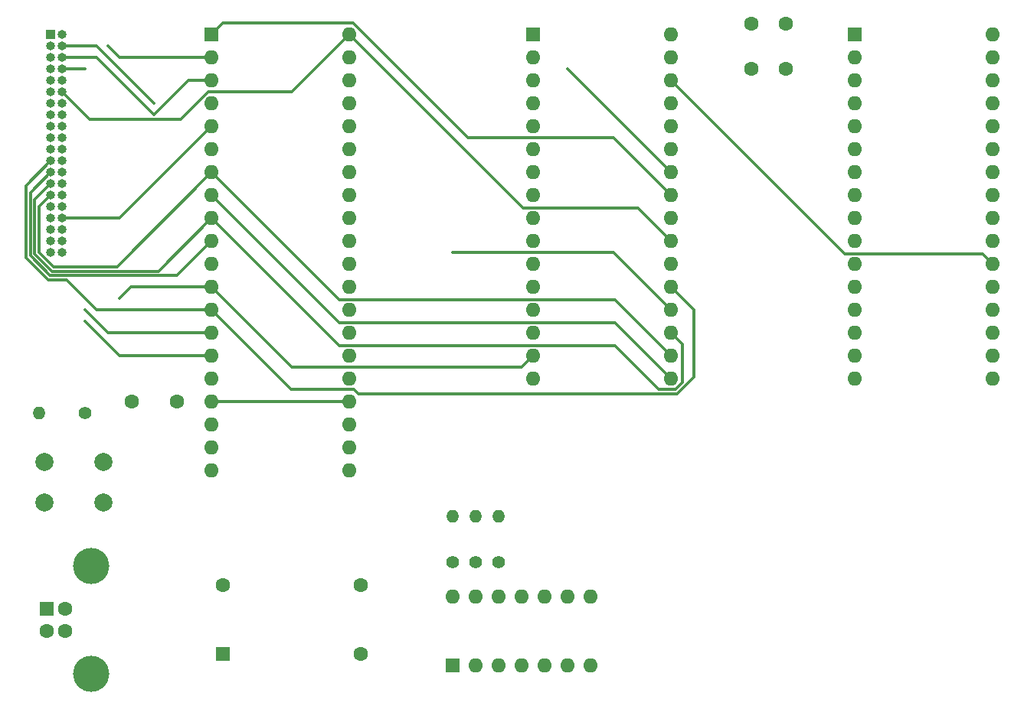
<source format=gbr>
%TF.GenerationSoftware,KiCad,Pcbnew,6.0.0*%
%TF.CreationDate,2022-01-05T13:28:49+01:00*%
%TF.ProjectId,glycon,676c7963-6f6e-42e6-9b69-6361645f7063,rev?*%
%TF.SameCoordinates,Original*%
%TF.FileFunction,Copper,L3,Inr*%
%TF.FilePolarity,Positive*%
%FSLAX46Y46*%
G04 Gerber Fmt 4.6, Leading zero omitted, Abs format (unit mm)*
G04 Created by KiCad (PCBNEW 6.0.0) date 2022-01-05 13:28:49*
%MOMM*%
%LPD*%
G01*
G04 APERTURE LIST*
%TA.AperFunction,ComponentPad*%
%ADD10C,1.400000*%
%TD*%
%TA.AperFunction,ComponentPad*%
%ADD11O,1.400000X1.400000*%
%TD*%
%TA.AperFunction,ComponentPad*%
%ADD12R,1.600000X1.600000*%
%TD*%
%TA.AperFunction,ComponentPad*%
%ADD13O,1.600000X1.600000*%
%TD*%
%TA.AperFunction,ComponentPad*%
%ADD14C,1.600000*%
%TD*%
%TA.AperFunction,ComponentPad*%
%ADD15C,2.000000*%
%TD*%
%TA.AperFunction,ComponentPad*%
%ADD16C,4.000000*%
%TD*%
%TA.AperFunction,ComponentPad*%
%ADD17R,1.000000X1.000000*%
%TD*%
%TA.AperFunction,ComponentPad*%
%ADD18O,1.000000X1.000000*%
%TD*%
%TA.AperFunction,Conductor*%
%ADD19C,0.300000*%
%TD*%
G04 APERTURE END LIST*
D10*
%TO.N,Net-(R2-Pad1)*%
%TO.C,R2*%
X95250000Y-132080000D03*
D11*
%TO.N,Earth*%
X95250000Y-127000000D03*
%TD*%
D10*
%TO.N,Net-(R4-Pad1)*%
%TO.C,R4*%
X100330000Y-132080000D03*
D11*
%TO.N,Earth*%
X100330000Y-127000000D03*
%TD*%
D12*
%TO.N,unconnected-(U1-Pad1)*%
%TO.C,U1*%
X104140000Y-73660000D03*
D13*
%TO.N,VCC*%
X104140000Y-76200000D03*
%TO.N,/A14*%
X104140000Y-78740000D03*
%TO.N,/A12*%
X104140000Y-81280000D03*
%TO.N,/A7*%
X104140000Y-83820000D03*
%TO.N,/A6*%
X104140000Y-86360000D03*
%TO.N,/A5*%
X104140000Y-88900000D03*
%TO.N,/A4*%
X104140000Y-91440000D03*
%TO.N,/A3*%
X104140000Y-93980000D03*
%TO.N,/A2*%
X104140000Y-96520000D03*
%TO.N,/A1*%
X104140000Y-99060000D03*
%TO.N,/A0*%
X104140000Y-101600000D03*
%TO.N,/D0*%
X104140000Y-104140000D03*
%TO.N,/D1*%
X104140000Y-106680000D03*
%TO.N,/D2*%
X104140000Y-109220000D03*
%TO.N,Earth*%
X104140000Y-111760000D03*
%TO.N,/D3*%
X119380000Y-111760000D03*
%TO.N,/D4*%
X119380000Y-109220000D03*
%TO.N,/D5*%
X119380000Y-106680000D03*
%TO.N,/D6*%
X119380000Y-104140000D03*
%TO.N,/D7*%
X119380000Y-101600000D03*
%TO.N,Earth*%
X119380000Y-99060000D03*
%TO.N,/A10*%
X119380000Y-96520000D03*
%TO.N,Net-(U1-Pad24)*%
X119380000Y-93980000D03*
%TO.N,/A11*%
X119380000Y-91440000D03*
%TO.N,/A9*%
X119380000Y-88900000D03*
%TO.N,/A8*%
X119380000Y-86360000D03*
%TO.N,/A13*%
X119380000Y-83820000D03*
%TO.N,Net-(U1-Pad29)*%
X119380000Y-81280000D03*
%TO.N,Net-(J1-Pad34)*%
X119380000Y-78740000D03*
%TO.N,VCC*%
X119380000Y-76200000D03*
X119380000Y-73660000D03*
%TD*%
D12*
%TO.N,unconnected-(X1-Pad1)*%
%TO.C,X1*%
X69850000Y-142230000D03*
D14*
%TO.N,Earth*%
X85090000Y-142230000D03*
%TO.N,Net-(U0-Pad6)*%
X85090000Y-134610000D03*
%TO.N,VCC*%
X69850000Y-134610000D03*
%TD*%
D15*
%TO.N,Earth*%
%TO.C,SW1*%
X50090000Y-120940000D03*
X56590000Y-120940000D03*
%TO.N,Net-(R1-Pad2)*%
X56590000Y-125440000D03*
X50090000Y-125440000D03*
%TD*%
D12*
%TO.N,VCC*%
%TO.C,J2*%
X50362500Y-137180000D03*
D14*
%TO.N,unconnected-(J2-Pad2)*%
X50362500Y-139680000D03*
%TO.N,unconnected-(J2-Pad3)*%
X52362500Y-139680000D03*
%TO.N,Earth*%
X52362500Y-137180000D03*
D16*
X55222500Y-132430000D03*
X55222500Y-144430000D03*
%TD*%
D17*
%TO.N,/ROM WE*%
%TO.C,J1*%
X50800000Y-73660000D03*
D18*
%TO.N,VCC*%
X52070000Y-73660000D03*
%TO.N,unconnected-(J1-Pad3)*%
X50800000Y-74930000D03*
%TO.N,/A14*%
X52070000Y-74930000D03*
%TO.N,unconnected-(J1-Pad5)*%
X50800000Y-76200000D03*
%TO.N,/A13*%
X52070000Y-76200000D03*
%TO.N,unconnected-(J1-Pad7)*%
X50800000Y-77470000D03*
%TO.N,/A12*%
X52070000Y-77470000D03*
%TO.N,unconnected-(J1-Pad9)*%
X50800000Y-78740000D03*
%TO.N,/A11*%
X52070000Y-78740000D03*
%TO.N,unconnected-(J1-Pad11)*%
X50800000Y-80010000D03*
%TO.N,/A10*%
X52070000Y-80010000D03*
%TO.N,unconnected-(J1-Pad13)*%
X50800000Y-81280000D03*
%TO.N,/A9*%
X52070000Y-81280000D03*
%TO.N,unconnected-(J1-Pad15)*%
X50800000Y-82550000D03*
%TO.N,/A8*%
X52070000Y-82550000D03*
%TO.N,unconnected-(J1-Pad17)*%
X50800000Y-83820000D03*
%TO.N,/A7*%
X52070000Y-83820000D03*
%TO.N,unconnected-(J1-Pad19)*%
X50800000Y-85090000D03*
%TO.N,/A6*%
X52070000Y-85090000D03*
%TO.N,/RAM WE*%
X50800000Y-86360000D03*
%TO.N,/A5*%
X52070000Y-86360000D03*
%TO.N,/D7*%
X50800000Y-87630000D03*
%TO.N,/A4*%
X52070000Y-87630000D03*
%TO.N,/D6*%
X50800000Y-88900000D03*
%TO.N,/A3*%
X52070000Y-88900000D03*
%TO.N,/D5*%
X50800000Y-90170000D03*
%TO.N,/A2*%
X52070000Y-90170000D03*
%TO.N,/D4*%
X50800000Y-91440000D03*
%TO.N,/A1*%
X52070000Y-91440000D03*
%TO.N,/D3*%
X50800000Y-92710000D03*
%TO.N,/A0*%
X52070000Y-92710000D03*
%TO.N,/D2*%
X50800000Y-93980000D03*
%TO.N,Net-(J1-Pad34)*%
X52070000Y-93980000D03*
%TO.N,/D1*%
X50800000Y-95250000D03*
%TO.N,unconnected-(J1-Pad36)*%
X52070000Y-95250000D03*
%TO.N,/D0*%
X50800000Y-96520000D03*
%TO.N,unconnected-(J1-Pad38)*%
X52070000Y-96520000D03*
%TO.N,Earth*%
X50800000Y-97790000D03*
%TO.N,unconnected-(J1-Pad40)*%
X52070000Y-97790000D03*
%TD*%
D14*
%TO.N,VCC*%
%TO.C,C1*%
X64770000Y-114300000D03*
%TO.N,Earth*%
X59770000Y-114300000D03*
%TD*%
D12*
%TO.N,Net-(R4-Pad1)*%
%TO.C,U3*%
X95245000Y-143500000D03*
D13*
%TO.N,Net-(R2-Pad1)*%
X97785000Y-143500000D03*
%TO.N,Net-(U1-Pad24)*%
X100325000Y-143500000D03*
%TO.N,N/C*%
X102865000Y-143500000D03*
X105405000Y-143500000D03*
X107945000Y-143500000D03*
%TO.N,Earth*%
X110485000Y-143500000D03*
%TO.N,Net-(U1-Pad29)*%
X110485000Y-135880000D03*
%TO.N,/RAM WE*%
X107945000Y-135880000D03*
%TO.N,Net-(U3-Pad10)*%
X105405000Y-135880000D03*
X102865000Y-135880000D03*
%TO.N,Net-(R4-Pad1)*%
X100325000Y-135880000D03*
%TO.N,Net-(R3-Pad1)*%
X97785000Y-135880000D03*
%TO.N,VCC*%
X95245000Y-135880000D03*
%TD*%
D14*
%TO.N,VCC*%
%TO.C,C2*%
X128270000Y-77430000D03*
%TO.N,Earth*%
X128270000Y-72430000D03*
%TD*%
D12*
%TO.N,/A11*%
%TO.C,U0*%
X68580000Y-73660000D03*
D13*
%TO.N,/A12*%
X68580000Y-76200000D03*
%TO.N,/A13*%
X68580000Y-78740000D03*
%TO.N,/A14*%
X68580000Y-81280000D03*
%TO.N,Net-(J1-Pad34)*%
X68580000Y-83820000D03*
%TO.N,Net-(U0-Pad6)*%
X68580000Y-86360000D03*
%TO.N,/D4*%
X68580000Y-88900000D03*
%TO.N,/D3*%
X68580000Y-91440000D03*
%TO.N,/D5*%
X68580000Y-93980000D03*
%TO.N,/D6*%
X68580000Y-96520000D03*
%TO.N,VCC*%
X68580000Y-99060000D03*
%TO.N,/D2*%
X68580000Y-101600000D03*
%TO.N,/D7*%
X68580000Y-104140000D03*
%TO.N,/D0*%
X68580000Y-106680000D03*
%TO.N,/D1*%
X68580000Y-109220000D03*
%TO.N,unconnected-(U0-Pad16)*%
X68580000Y-111760000D03*
%TO.N,VCC*%
X68580000Y-114300000D03*
%TO.N,unconnected-(U0-Pad18)*%
X68580000Y-116840000D03*
%TO.N,Net-(R3-Pad1)*%
X68580000Y-119380000D03*
%TO.N,unconnected-(U0-Pad20)*%
X68580000Y-121920000D03*
%TO.N,Net-(R2-Pad1)*%
X83820000Y-121920000D03*
%TO.N,Net-(R4-Pad1)*%
X83820000Y-119380000D03*
%TO.N,unconnected-(U0-Pad23)*%
X83820000Y-116840000D03*
%TO.N,VCC*%
X83820000Y-114300000D03*
X83820000Y-111760000D03*
%TO.N,Net-(R1-Pad2)*%
X83820000Y-109220000D03*
%TO.N,unconnected-(U0-Pad27)*%
X83820000Y-106680000D03*
%TO.N,unconnected-(U0-Pad28)*%
X83820000Y-104140000D03*
%TO.N,Earth*%
X83820000Y-101600000D03*
%TO.N,/A0*%
X83820000Y-99060000D03*
%TO.N,/A1*%
X83820000Y-96520000D03*
%TO.N,/A2*%
X83820000Y-93980000D03*
%TO.N,/A3*%
X83820000Y-91440000D03*
%TO.N,/A4*%
X83820000Y-88900000D03*
%TO.N,/A5*%
X83820000Y-86360000D03*
%TO.N,/A6*%
X83820000Y-83820000D03*
%TO.N,/A7*%
X83820000Y-81280000D03*
%TO.N,/A8*%
X83820000Y-78740000D03*
%TO.N,/A9*%
X83820000Y-76200000D03*
%TO.N,/A10*%
X83820000Y-73660000D03*
%TD*%
D12*
%TO.N,unconnected-(U2-Pad1)*%
%TO.C,U2*%
X139700000Y-73660000D03*
D13*
%TO.N,VCC*%
X139700000Y-76200000D03*
X139700000Y-78740000D03*
%TO.N,/A12*%
X139700000Y-81280000D03*
%TO.N,/A7*%
X139700000Y-83820000D03*
%TO.N,/A6*%
X139700000Y-86360000D03*
%TO.N,/A5*%
X139700000Y-88900000D03*
%TO.N,/A4*%
X139700000Y-91440000D03*
%TO.N,/A3*%
X139700000Y-93980000D03*
%TO.N,/A2*%
X139700000Y-96520000D03*
%TO.N,/A1*%
X139700000Y-99060000D03*
%TO.N,/A0*%
X139700000Y-101600000D03*
%TO.N,/D0*%
X139700000Y-104140000D03*
%TO.N,/D1*%
X139700000Y-106680000D03*
%TO.N,/D2*%
X139700000Y-109220000D03*
%TO.N,Earth*%
X139700000Y-111760000D03*
%TO.N,/D3*%
X154940000Y-111760000D03*
%TO.N,/D4*%
X154940000Y-109220000D03*
%TO.N,/D5*%
X154940000Y-106680000D03*
%TO.N,/D6*%
X154940000Y-104140000D03*
%TO.N,/D7*%
X154940000Y-101600000D03*
%TO.N,Net-(J1-Pad34)*%
X154940000Y-99060000D03*
%TO.N,/A10*%
X154940000Y-96520000D03*
%TO.N,Net-(U1-Pad24)*%
X154940000Y-93980000D03*
%TO.N,/A11*%
X154940000Y-91440000D03*
%TO.N,/A9*%
X154940000Y-88900000D03*
%TO.N,/A8*%
X154940000Y-86360000D03*
%TO.N,/A13*%
X154940000Y-83820000D03*
%TO.N,/A14*%
X154940000Y-81280000D03*
%TO.N,unconnected-(U2-Pad30)*%
X154940000Y-78740000D03*
%TO.N,/ROM WE*%
X154940000Y-76200000D03*
%TO.N,VCC*%
X154940000Y-73660000D03*
%TD*%
D14*
%TO.N,VCC*%
%TO.C,C3*%
X132080000Y-77430000D03*
%TO.N,Earth*%
X132080000Y-72430000D03*
%TD*%
D10*
%TO.N,VCC*%
%TO.C,R1*%
X54610000Y-115570000D03*
D11*
%TO.N,Net-(R1-Pad2)*%
X49530000Y-115570000D03*
%TD*%
D10*
%TO.N,Net-(R3-Pad1)*%
%TO.C,R3*%
X97790000Y-132080000D03*
D11*
%TO.N,Earth*%
X97790000Y-127000000D03*
%TD*%
D19*
%TO.N,/D7*%
X84296144Y-112909511D02*
X84795663Y-113409030D01*
X68580000Y-104140000D02*
X77349511Y-112909511D01*
X48031442Y-98342115D02*
X48031441Y-90398559D01*
X121920000Y-104140000D02*
X119380000Y-101600000D01*
X68580000Y-104140000D02*
X55880000Y-104140000D01*
X50518846Y-100829519D02*
X48031442Y-98342115D01*
X121920000Y-111552082D02*
X121920000Y-104140000D01*
X84795663Y-113409030D02*
X120063052Y-113409030D01*
X55880000Y-104140000D02*
X52569520Y-100829520D01*
X52569520Y-100829520D02*
X50518846Y-100829519D01*
X120063052Y-113409030D02*
X121920000Y-111552082D01*
X48031441Y-90398559D02*
X50800000Y-87630000D01*
X77349511Y-112909511D02*
X84296144Y-112909511D01*
%TO.N,/D6*%
X48530961Y-91169039D02*
X50800000Y-88900000D01*
X113030000Y-97790000D02*
X119380000Y-104140000D01*
X48530961Y-98135207D02*
X48530961Y-91169039D01*
X64770000Y-100330000D02*
X50725755Y-100330000D01*
X68580000Y-96520000D02*
X64770000Y-100330000D01*
X95250000Y-97790000D02*
X113030000Y-97790000D01*
X50725755Y-100330000D02*
X48530961Y-98135207D01*
%TO.N,/D5*%
X82670489Y-108070489D02*
X113150489Y-108070489D01*
X120650000Y-112115655D02*
X120650000Y-107950000D01*
X68580000Y-93980000D02*
X62729520Y-99830480D01*
X50932662Y-99830480D02*
X49030481Y-97928299D01*
X62729520Y-99830480D02*
X50932662Y-99830480D01*
X119856144Y-112909511D02*
X120650000Y-112115655D01*
X68580000Y-93980000D02*
X82670489Y-108070489D01*
X113150489Y-108070489D02*
X117989511Y-112909511D01*
X49030480Y-91939520D02*
X50800000Y-90170000D01*
X120650000Y-107950000D02*
X119380000Y-106680000D01*
X117989511Y-112909511D02*
X119856144Y-112909511D01*
X49030481Y-97928299D02*
X49030480Y-91939520D01*
%TO.N,/D4*%
X113150489Y-102990489D02*
X119380000Y-109220000D01*
X51139569Y-99330960D02*
X49530000Y-97721391D01*
X49530000Y-97721391D02*
X49530000Y-92710000D01*
X58149040Y-99330960D02*
X51139569Y-99330960D01*
X82670489Y-102990489D02*
X113150489Y-102990489D01*
X68580000Y-88900000D02*
X58149040Y-99330960D01*
X68580000Y-88900000D02*
X82670489Y-102990489D01*
X49530000Y-92710000D02*
X50800000Y-91440000D01*
%TO.N,/D3*%
X113150489Y-105530489D02*
X119380000Y-111760000D01*
X68580000Y-91440000D02*
X82670489Y-105530489D01*
X82670489Y-105530489D02*
X113150489Y-105530489D01*
%TO.N,/D2*%
X77470000Y-110490000D02*
X102870000Y-110490000D01*
X59690000Y-101600000D02*
X68580000Y-101600000D01*
X68580000Y-101600000D02*
X77470000Y-110490000D01*
X58420000Y-102870000D02*
X59690000Y-101600000D01*
X102870000Y-110490000D02*
X104140000Y-109220000D01*
%TO.N,/D1*%
X58420000Y-109220000D02*
X68580000Y-109220000D01*
X54610000Y-105410000D02*
X58420000Y-109220000D01*
%TO.N,/D0*%
X57150000Y-106680000D02*
X68580000Y-106680000D01*
X54610000Y-104140000D02*
X57150000Y-106680000D01*
%TO.N,/A14*%
X52070000Y-74930000D02*
X55880000Y-74930000D01*
X55880000Y-74930000D02*
X62230000Y-81280000D01*
%TO.N,/A13*%
X62230000Y-82550000D02*
X66040000Y-78740000D01*
X55880000Y-76200000D02*
X62230000Y-82550000D01*
X66040000Y-78740000D02*
X68580000Y-78740000D01*
X52070000Y-76200000D02*
X55880000Y-76200000D01*
%TO.N,/A12*%
X52070000Y-77470000D02*
X54610000Y-77470000D01*
X57150000Y-74930000D02*
X58420000Y-76200000D01*
X58420000Y-76200000D02*
X68580000Y-76200000D01*
%TO.N,/A11*%
X69850000Y-72390000D02*
X68580000Y-73660000D01*
X113030000Y-85090000D02*
X96875655Y-85090000D01*
X119380000Y-91440000D02*
X113030000Y-85090000D01*
X84175655Y-72390000D02*
X69850000Y-72390000D01*
X96875655Y-85090000D02*
X84175655Y-72390000D01*
%TO.N,/A10*%
X55109519Y-83049519D02*
X65184826Y-83049519D01*
X115690489Y-92830489D02*
X119380000Y-96520000D01*
X68224345Y-80010000D02*
X77470000Y-80010000D01*
X83820000Y-73660000D02*
X102990489Y-92830489D01*
X77470000Y-80010000D02*
X83820000Y-73660000D01*
X52070000Y-80010000D02*
X55109519Y-83049519D01*
X102990489Y-92830489D02*
X115690489Y-92830489D01*
X65184826Y-83049519D02*
X68224345Y-80010000D01*
%TO.N,/A9*%
X119380000Y-88900000D02*
X107950000Y-77470000D01*
%TO.N,VCC*%
X83820000Y-114300000D02*
X68580000Y-114300000D01*
%TO.N,Net-(J1-Pad34)*%
X138550489Y-97910489D02*
X153790489Y-97910489D01*
X58420000Y-93980000D02*
X68580000Y-83820000D01*
X52070000Y-93980000D02*
X58420000Y-93980000D01*
X119380000Y-78740000D02*
X138550489Y-97910489D01*
X153790489Y-97910489D02*
X154940000Y-99060000D01*
%TD*%
M02*

</source>
